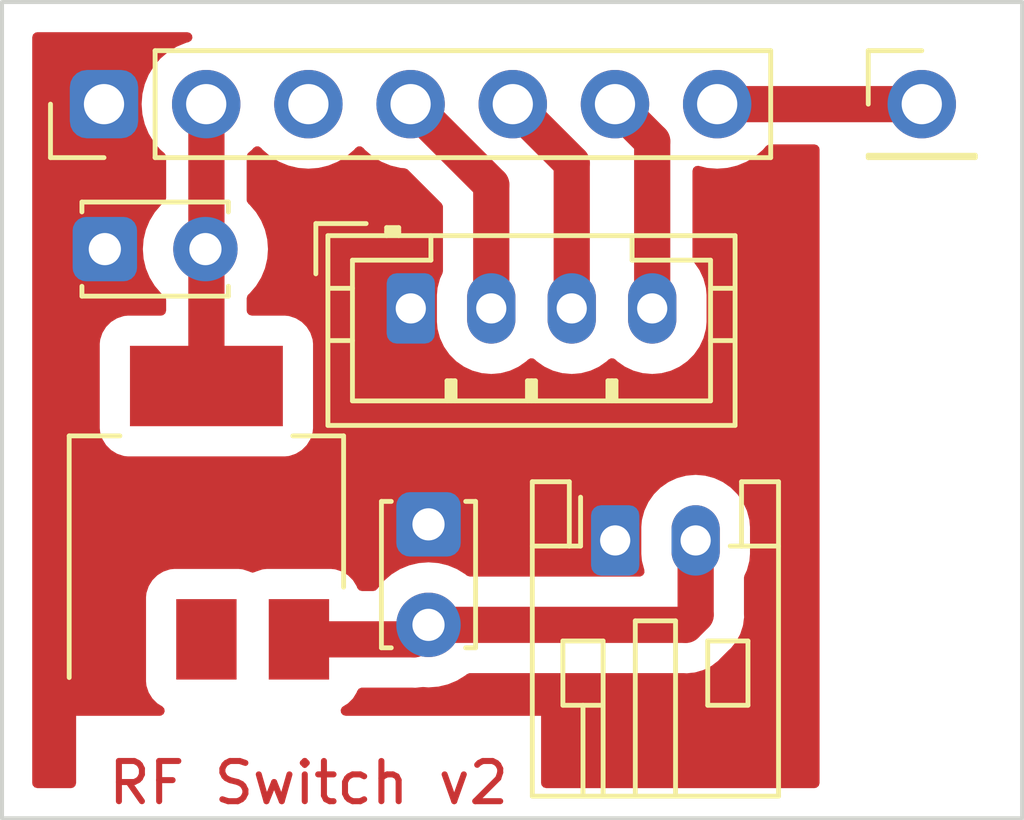
<source format=kicad_pcb>
(kicad_pcb (version 20211014) (generator pcbnew)
  (layers (0 "F.Cu" signal) (31 "B.Cu" signal) (34 "B.Paste" user) (35 "F.Paste" user) (36 "B.SilkS" user "B.Silkscreen") (37 "F.SilkS" user "F.Silkscreen") (38 "B.Mask" user) (39 "F.Mask" user) (44 "Edge.Cuts" user))
  (net 0 "")
  (net 1 "+12V")
  (net 2 "Earth")
  (net 3 "+3.3V")
  (net 4 "Net-(RFTransmitter1-Pad7)")
  (net 6 "unconnected-(RFTransmitter1-Pad4)")
  (net 7 "unconnected-(RFTransmitter1-Pad5)")
  (net 8 "Net-(TTP1-Pad2)")
  (footprint "Capacitor_THT:C_Disc_D3.4mm_W2.1mm_P2.50mm" (layer "F.Cu") (at 147.76 104.39 90)
    (fp_text reference "C1" hide)
    (fp_text value "C" hide)
    (fp_line (start -0.57 1.17) (end 3.07 1.17) (layer "F.SilkS") (width 0.12))
    (fp_line (start 3.07 0.925) (end 3.07 1.17) (layer "F.SilkS") (width 0.12))
    (fp_line (start 3.07 -1.17) (end 3.07 -0.925) (layer "F.SilkS") (width 0.12))
    (fp_line (start -0.57 -1.17) (end 3.07 -1.17) (layer "F.SilkS") (width 0.12))
    (fp_line (start -0.57 0.925) (end -0.57 1.17) (layer "F.SilkS") (width 0.12))
    (fp_line (start -0.57 -1.17) (end -0.57 -0.925) (layer "F.SilkS") (width 0.12))
    (pad "1" thru_hole circle (at 0 0 90) (size 1.6 1.6) (drill 0.8) (layers *.Cu *.Mask) (net 1 "+12V"))
    (pad "2" thru_hole roundrect (at 2.5 0 90) (size 1.6 1.6) (drill 0.8) (layers *.Cu *.Mask) (roundrect_rratio 0.208333) (net 2 "Earth"))
  )
  (footprint "Connector_JST:JST_PH_B4B-PH-K_1x04_P2.00mm_Vertical" (layer "F.Cu") (at 147.32 96.52)
    (fp_text reference "REF**" hide)
    (fp_text value "JST_PH_B4B-PH-K_1x04_P2.00mm_Vertical" hide)
    (fp_line (start 4.9 2.3) (end 4.9 1.8) (layer "F.SilkS") (width 0.12))
    (fp_line (start -0.6 -2.01) (end -0.6 -1.81) (layer "F.SilkS") (width 0.12))
    (fp_line (start 2.9 2.3) (end 2.9 1.8) (layer "F.SilkS") (width 0.12))
    (fp_line (start -0.3 -1.81) (end -0.3 -2.01) (layer "F.SilkS") (width 0.12))
    (fp_line (start 8.06 2.91) (end 8.06 -1.81) (layer "F.SilkS") (width 0.12))
    (fp_line (start 5.5 -1.2) (end 5.5 -1.81) (layer "F.SilkS") (width 0.12))
    (fp_line (start 3 2.3) (end 3 1.8) (layer "F.SilkS") (width 0.12))
    (fp_line (start -0.3 -1.91) (end -0.6 -1.91) (layer "F.SilkS") (width 0.12))
    (fp_line (start 3.1 1.8) (end 3.1 2.3) (layer "F.SilkS") (width 0.12))
    (fp_line (start 0.5 -1.81) (end 0.5 -1.2) (layer "F.SilkS") (width 0.12))
    (fp_line (start 8.06 -1.81) (end -2.06 -1.81) (layer "F.SilkS") (width 0.12))
    (fp_line (start -2.06 -1.81) (end -2.06 2.91) (layer "F.SilkS") (width 0.12))
    (fp_line (start -2.06 0.8) (end -1.45 0.8) (layer "F.SilkS") (width 0.12))
    (fp_line (start 7.45 -1.2) (end 5.5 -1.2) (layer "F.SilkS") (width 0.12))
    (fp_line (start 5.1 1.8) (end 5.1 2.3) (layer "F.SilkS") (width 0.12))
    (fp_line (start -1.45 -1.2) (end -1.45 2.3) (layer "F.SilkS") (width 0.12))
    (fp_line (start 8.06 -0.5) (end 7.45 -0.5) (layer "F.SilkS") (width 0.12))
    (fp_line (start 8.06 0.8) (end 7.45 0.8) (layer "F.SilkS") (width 0.12))
    (fp_line (start -0.3 -2.01) (end -0.6 -2.01) (layer "F.SilkS") (width 0.12))
    (fp_line (start -1.45 2.3) (end 7.45 2.3) (layer "F.SilkS") (width 0.12))
    (fp_line (start 1 2.3) (end 1 1.8) (layer "F.SilkS") (width 0.12))
    (fp_line (start 0.9 2.3) (end 0.9 1.8) (layer "F.SilkS") (width 0.12))
    (fp_line (start 1.1 1.8) (end 1.1 2.3) (layer "F.SilkS") (width 0.12))
    (fp_line (start 0.9 1.8) (end 1.1 1.8) (layer "F.SilkS") (width 0.12))
    (fp_line (start 0.5 -1.2) (end -1.45 -1.2) (layer "F.SilkS") (width 0.12))
    (fp_line (start -2.06 -0.5) (end -1.45 -0.5) (layer "F.SilkS") (width 0.12))
    (fp_line (start 7.45 2.3) (end 7.45 -1.2) (layer "F.SilkS") (width 0.12))
    (fp_line (start 4.9 1.8) (end 5.1 1.8) (layer "F.SilkS") (width 0.12))
    (fp_line (start 5 2.3) (end 5 1.8) (layer "F.SilkS") (width 0.12))
    (fp_line (start 2.9 1.8) (end 3.1 1.8) (layer "F.SilkS") (width 0.12))
    (fp_line (start -2.06 2.91) (end 8.06 2.91) (layer "F.SilkS") (width 0.12))
    (fp_line (start -1.11 -2.11) (end -2.36 -2.11) (layer "F.SilkS") (width 0.12))
    (fp_line (start -2.36 -2.11) (end -2.36 -0.86) (layer "F.SilkS") (width 0.12))
    (pad "1" thru_hole roundrect (at 0 0) (size 1.2 1.75) (drill 0.75) (layers *.Cu *.Mask) (roundrect_rratio 0.208333) (net 2 "Earth"))
    (pad "2" thru_hole oval (at 2 0) (size 1.2 1.75) (drill 0.75) (layers *.Cu *.Mask) (net 6 "unconnected-(RFTransmitter1-Pad4)"))
    (pad "3" thru_hole oval (at 4 0) (size 1.2 1.75) (drill 0.75) (layers *.Cu *.Mask) (net 7 "unconnected-(RFTransmitter1-Pad5)"))
    (pad "4" thru_hole oval (at 6 0) (size 1.2 1.75) (drill 0.75) (layers *.Cu *.Mask) (net 8 "Net-(TTP1-Pad2)"))
  )
  (footprint "Connector_PinHeader_2.54mm:PinHeader_1x07_P2.54mm_Vertical" (layer "F.Cu") (at 139.695 91.44 90)
    (fp_text reference "RFTransmitter1" hide)
    (fp_text value "Conn_01x07" hide)
    (fp_line (start -1.33 1.27) (end 1.33 1.27) (layer "F.SilkS") (width 0.12))
    (fp_line (start -1.33 -1.33) (end 0 -1.33) (layer "F.SilkS") (width 0.12))
    (fp_line (start 1.33 1.27) (end 1.33 16.57) (layer "F.SilkS") (width 0.12))
    (fp_line (start -1.33 0) (end -1.33 -1.33) (layer "F.SilkS") (width 0.12))
    (fp_line (start -1.33 1.27) (end -1.33 16.57) (layer "F.SilkS") (width 0.12))
    (fp_line (start -1.33 16.57) (end 1.33 16.57) (layer "F.SilkS") (width 0.12))
    (pad "1" thru_hole roundrect (at 0 0 90) (size 1.7 1.7) (drill 1) (layers *.Cu *.Mask) (net 2 "Earth"))
    (pad "2" thru_hole oval (at 0 2.54 90) (size 1.7 1.7) (drill 1) (layers *.Cu *.Mask) (net 3 "+3.3V"))
    (pad "3" thru_hole oval (at 0 5.08 90) (size 1.7 1.7) (drill 1) (layers *.Cu *.Mask))
    (pad "4" thru_hole oval (at 0 7.62 90) (size 1.7 1.7) (drill 1) (layers *.Cu *.Mask) (net 6 "unconnected-(RFTransmitter1-Pad4)"))
    (pad "5" thru_hole oval (at 0 10.16 90) (size 1.7 1.7) (drill 1) (layers *.Cu *.Mask) (net 7 "unconnected-(RFTransmitter1-Pad5)"))
    (pad "6" thru_hole oval (at 0 12.7 90) (size 1.7 1.7) (drill 1) (layers *.Cu *.Mask) (net 8 "Net-(TTP1-Pad2)"))
    (pad "7" thru_hole oval (at 0 15.24 90) (size 1.7 1.7) (drill 1) (layers *.Cu *.Mask) (net 4 "Net-(RFTransmitter1-Pad7)"))
  )
  (footprint "Capacitor_THT:C_Disc_D3.4mm_W2.1mm_P2.50mm" (layer "F.Cu") (at 142.215697 95.045049 180)
    (fp_text reference "C2" hide)
    (fp_text value "C" hide)
    (fp_line (start 3.07 -1.17) (end 3.07 -0.925) (layer "F.SilkS") (width 0.12))
    (fp_line (start -0.57 -1.17) (end -0.57 -0.925) (layer "F.SilkS") (width 0.12))
    (fp_line (start -0.57 -1.17) (end 3.07 -1.17) (layer "F.SilkS") (width 0.12))
    (fp_line (start -0.57 0.925) (end -0.57 1.17) (layer "F.SilkS") (width 0.12))
    (fp_line (start 3.07 0.925) (end 3.07 1.17) (layer "F.SilkS") (width 0.12))
    (fp_line (start -0.57 1.17) (end 3.07 1.17) (layer "F.SilkS") (width 0.12))
    (pad "1" thru_hole circle (at 0 0 180) (size 1.6 1.6) (drill 0.8) (layers *.Cu *.Mask) (net 3 "+3.3V"))
    (pad "2" thru_hole roundrect (at 2.5 0 180) (size 1.6 1.6) (drill 0.8) (layers *.Cu *.Mask) (roundrect_rratio 0.208333) (net 2 "Earth"))
  )
  (footprint "Package_TO_SOT_SMD:SOT-223-3_TabPin2" (layer "F.Cu") (at 142.24 101.6 90)
    (fp_text reference "AMS1117-3.3" hide)
    (fp_text value "AMS1117-3.3" hide)
    (fp_line (start 1.91 -3.41) (end 1.91 -2.15) (layer "F.SilkS") (width 0.12))
    (fp_line (start -4.1 -3.41) (end 1.91 -3.41) (layer "F.SilkS") (width 0.12))
    (fp_line (start 1.91 3.41) (end 1.91 2.15) (layer "F.SilkS") (width 0.12))
    (fp_line (start -1.85 3.41) (end 1.91 3.41) (layer "F.SilkS") (width 0.12))
    (pad "1" smd rect (at -3.15 -2.3 90) (size 2 1.5) (layers "F.Cu" "F.Paste" "F.Mask") (net 2 "Earth"))
    (pad "2" smd rect (at -3.15 0 90) (size 2 1.5) (layers "F.Cu" "F.Paste" "F.Mask") (net 3 "+3.3V"))
    (pad "2" smd rect (at 3.15 0 90) (size 2 3.8) (layers "F.Cu" "F.Paste" "F.Mask") (net 3 "+3.3V"))
    (pad "3" smd rect (at -3.15 2.3 90) (size 2 1.5) (layers "F.Cu" "F.Paste" "F.Mask") (net 1 "+12V"))
  )
  (footprint "Connector_PinHeader_2.54mm:PinHeader_1x01_P2.54mm_Vertical" (layer "F.Cu") (at 160.02 91.44)
    (fp_text reference "Antenna" hide)
    (fp_text value "Conn_01x01" hide)
    (fp_line (start -1.33 -1.33) (end 0 -1.33) (layer "F.SilkS") (width 0.12))
    (fp_line (start -1.33 0) (end -1.33 -1.33) (layer "F.SilkS") (width 0.12))
    (fp_line (start -1.33 1.27) (end 1.33 1.27) (layer "F.SilkS") (width 0.12))
    (fp_line (start -1.33 1.27) (end -1.33 1.33) (layer "F.SilkS") (width 0.12))
    (fp_line (start -1.33 1.33) (end 1.33 1.33) (layer "F.SilkS") (width 0.12))
    (fp_line (start 1.33 1.27) (end 1.33 1.33) (layer "F.SilkS") (width 0.12))
    (pad "1" thru_hole circle (at 0 0) (size 1.7 1.7) (drill 1) (layers *.Cu *.Mask) (net 4 "Net-(RFTransmitter1-Pad7)"))
  )
  (footprint "Connector_JST:JST_PH_S2B-PH-K_1x02_P2.00mm_Horizontal" (layer "F.Cu") (at 152.4 102.29)
    (fp_text reference "REF**" hide)
    (fp_text value "JST_PH_S2B-PH-K_1x02_P2.00mm_Horizontal" hide)
    (fp_line (start 1.5 2) (end 1.5 6.36) (layer "F.SilkS") (width 0.12))
    (fp_line (start -0.86 0.14) (end -1.14 0.14) (layer "F.SilkS") (width 0.12))
    (fp_line (start -1.14 0.14) (end -1.14 -1.46) (layer "F.SilkS") (width 0.12))
    (fp_line (start -2.06 -1.46) (end -2.06 6.36) (layer "F.SilkS") (width 0.12))
    (fp_line (start 0.5 2) (end 1.5 2) (layer "F.SilkS") (width 0.12))
    (fp_line (start -2.06 0.14) (end -1.14 0.14) (layer "F.SilkS") (width 0.12))
    (fp_line (start 2.3 4.1) (end 2.3 2.5) (layer "F.SilkS") (width 0.12))
    (fp_line (start 4.06 -1.46) (end 3.14 -1.46) (layer "F.SilkS") (width 0.12))
    (fp_line (start -0.3 2.5) (end -1.3 2.5) (layer "F.SilkS") (width 0.12))
    (fp_line (start -0.86 0.14) (end -0.86 -1.075) (layer "F.SilkS") (width 0.12))
    (fp_line (start 3.14 0.14) (end 2.86 0.14) (layer "F.SilkS") (width 0.12))
    (fp_line (start -2.06 6.36) (end 4.06 6.36) (layer "F.SilkS") (width 0.12))
    (fp_line (start 4.06 6.36) (end 4.06 -1.46) (layer "F.SilkS") (width 0.12))
    (fp_line (start 4.06 0.14) (end 3.14 0.14) (layer "F.SilkS") (width 0.12))
    (fp_line (start 0.5 6.36) (end 0.5 2) (layer "F.SilkS") (width 0.12))
    (fp_line (start -0.3 4.1) (end -0.3 6.36) (layer "F.SilkS") (width 0.12))
    (fp_line (start -1.3 4.1) (end -0.3 4.1) (layer "F.SilkS") (width 0.12))
    (fp_line (start 3.14 -1.46) (end 3.14 0.14) (layer "F.SilkS") (width 0.12))
    (fp_line (start -0.3 4.1) (end -0.3 2.5) (layer "F.SilkS") (width 0.12))
    (fp_line (start -1.3 2.5) (end -1.3 4.1) (layer "F.SilkS") (width 0.12))
    (fp_line (start 3.3 4.1) (end 2.3 4.1) (layer "F.SilkS") (width 0.12))
    (fp_line (start -1.14 -1.46) (end -2.06 -1.46) (layer "F.SilkS") (width 0.12))
    (fp_line (start -0.8 4.1) (end -0.8 6.36) (layer "F.SilkS") (width 0.12))
    (fp_line (start 3.3 2.5) (end 3.3 4.1) (layer "F.SilkS") (width 0.12))
    (fp_line (start 2.3 2.5) (end 3.3 2.5) (layer "F.SilkS") (width 0.12))
    (pad "1" thru_hole roundrect (at 0 0) (size 1.2 1.75) (drill 0.75) (layers *.Cu *.Mask) (roundrect_rratio 0.208333) (net 2 "Earth"))
    (pad "2" thru_hole oval (at 2 0) (size 1.2 1.75) (drill 0.75) (layers *.Cu *.Mask) (net 1 "+12V"))
  )
  (gr_rect (start 137.16 88.9) (end 162.514231 109.201167) (layer "Edge.Cuts") (width 0.1) (fill none))
  (gr_text "RF Switch v2" (at 144.78 108.320341) (layer "F.Cu") (effects (font (size 1 1))))
  (segment (start 147.76 104.39) (end 154.15 104.39) (width 0.9) (layer "F.Cu") (net 1))
  (segment (start 154.15 104.39) (end 154.4 104.14) (width 0.9) (layer "F.Cu") (net 1))
  (segment (start 154.4 104.14) (end 154.4 102.29) (width 0.9) (layer "F.Cu") (net 1))
  (segment (start 147.4 104.75) (end 147.76 104.39) (width 0.9) (layer "F.Cu") (net 1))
  (segment (start 144.54 104.75) (end 147.4 104.75) (width 0.9) (layer "F.Cu") (net 1))
  (segment (start 142.11 104.88) (end 142.24 104.75) (width 0.9) (layer "F.Cu") (net 3))
  (segment (start 142.235 98.445) (end 142.24 98.45) (width 0.25) (layer "F.Cu") (net 3))
  (segment (start 142.24 91.445) (end 142.235 91.44) (width 0.25) (layer "F.Cu") (net 3))
  (segment (start 142.24 98.45) (end 142.24 91.445) (width 0.9) (layer "F.Cu") (net 3))
  (segment (start 142.85 99.06) (end 142.24 98.45) (width 0.5) (layer "F.Cu") (net 3))
  (segment (start 154.935 91.44) (end 160.02 91.44) (width 0.9) (layer "F.Cu") (net 4))
  (segment (start 149.32 93.445) (end 147.315 91.44) (width 0.9) (layer "F.Cu") (net 6))
  (segment (start 149.32 96.52) (end 149.32 93.445) (width 0.9) (layer "F.Cu") (net 6))
  (segment (start 151.32 92.905) (end 149.855 91.44) (width 0.9) (layer "F.Cu") (net 7))
  (segment (start 151.32 96.52) (end 151.32 92.905) (width 0.9) (layer "F.Cu") (net 7))
  (segment (start 153.32 96.52) (end 153.32 92.365) (width 0.9) (layer "F.Cu") (net 8))
  (segment (start 153.32 92.365) (end 152.395 91.44) (width 0.9) (layer "F.Cu") (net 8))
  (zone (net 2) (net_name "Earth") (layer "F.Cu") (name "Ground") (connect_pads yes (clearance 0.75)) (min_thickness 0.254) (fill yes (thermal_gap 0.508) (thermal_bridge_width 0.508) (smoothing fillet))
    (polygon (pts (xy 157.48 109.22) (xy 137.16 109.22) (xy 137.16 88.9) (xy 157.48 88.9)))
  )
)
</source>
